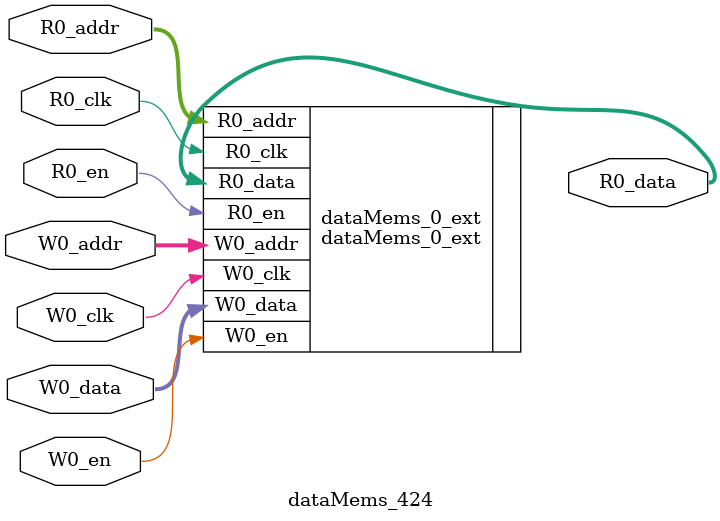
<source format=sv>
`ifndef RANDOMIZE
  `ifdef RANDOMIZE_REG_INIT
    `define RANDOMIZE
  `endif // RANDOMIZE_REG_INIT
`endif // not def RANDOMIZE
`ifndef RANDOMIZE
  `ifdef RANDOMIZE_MEM_INIT
    `define RANDOMIZE
  `endif // RANDOMIZE_MEM_INIT
`endif // not def RANDOMIZE

`ifndef RANDOM
  `define RANDOM $random
`endif // not def RANDOM

// Users can define 'PRINTF_COND' to add an extra gate to prints.
`ifndef PRINTF_COND_
  `ifdef PRINTF_COND
    `define PRINTF_COND_ (`PRINTF_COND)
  `else  // PRINTF_COND
    `define PRINTF_COND_ 1
  `endif // PRINTF_COND
`endif // not def PRINTF_COND_

// Users can define 'ASSERT_VERBOSE_COND' to add an extra gate to assert error printing.
`ifndef ASSERT_VERBOSE_COND_
  `ifdef ASSERT_VERBOSE_COND
    `define ASSERT_VERBOSE_COND_ (`ASSERT_VERBOSE_COND)
  `else  // ASSERT_VERBOSE_COND
    `define ASSERT_VERBOSE_COND_ 1
  `endif // ASSERT_VERBOSE_COND
`endif // not def ASSERT_VERBOSE_COND_

// Users can define 'STOP_COND' to add an extra gate to stop conditions.
`ifndef STOP_COND_
  `ifdef STOP_COND
    `define STOP_COND_ (`STOP_COND)
  `else  // STOP_COND
    `define STOP_COND_ 1
  `endif // STOP_COND
`endif // not def STOP_COND_

// Users can define INIT_RANDOM as general code that gets injected into the
// initializer block for modules with registers.
`ifndef INIT_RANDOM
  `define INIT_RANDOM
`endif // not def INIT_RANDOM

// If using random initialization, you can also define RANDOMIZE_DELAY to
// customize the delay used, otherwise 0.002 is used.
`ifndef RANDOMIZE_DELAY
  `define RANDOMIZE_DELAY 0.002
`endif // not def RANDOMIZE_DELAY

// Define INIT_RANDOM_PROLOG_ for use in our modules below.
`ifndef INIT_RANDOM_PROLOG_
  `ifdef RANDOMIZE
    `ifdef VERILATOR
      `define INIT_RANDOM_PROLOG_ `INIT_RANDOM
    `else  // VERILATOR
      `define INIT_RANDOM_PROLOG_ `INIT_RANDOM #`RANDOMIZE_DELAY begin end
    `endif // VERILATOR
  `else  // RANDOMIZE
    `define INIT_RANDOM_PROLOG_
  `endif // RANDOMIZE
`endif // not def INIT_RANDOM_PROLOG_

// Include register initializers in init blocks unless synthesis is set
`ifndef SYNTHESIS
  `ifndef ENABLE_INITIAL_REG_
    `define ENABLE_INITIAL_REG_
  `endif // not def ENABLE_INITIAL_REG_
`endif // not def SYNTHESIS

// Include rmemory initializers in init blocks unless synthesis is set
`ifndef SYNTHESIS
  `ifndef ENABLE_INITIAL_MEM_
    `define ENABLE_INITIAL_MEM_
  `endif // not def ENABLE_INITIAL_MEM_
`endif // not def SYNTHESIS

module dataMems_424(	// @[generators/ara/src/main/scala/UnsafeAXI4ToTL.scala:365:62]
  input  [4:0]  R0_addr,
  input         R0_en,
  input         R0_clk,
  output [66:0] R0_data,
  input  [4:0]  W0_addr,
  input         W0_en,
  input         W0_clk,
  input  [66:0] W0_data
);

  dataMems_0_ext dataMems_0_ext (	// @[generators/ara/src/main/scala/UnsafeAXI4ToTL.scala:365:62]
    .R0_addr (R0_addr),
    .R0_en   (R0_en),
    .R0_clk  (R0_clk),
    .R0_data (R0_data),
    .W0_addr (W0_addr),
    .W0_en   (W0_en),
    .W0_clk  (W0_clk),
    .W0_data (W0_data)
  );
endmodule


</source>
